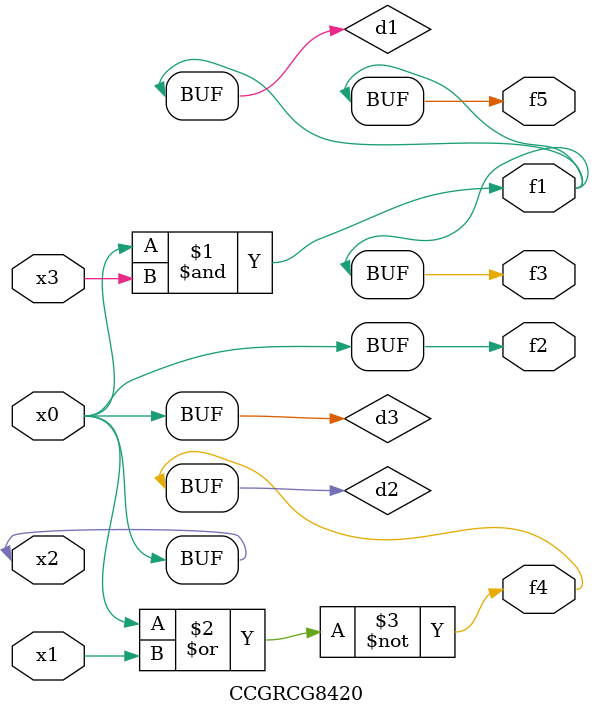
<source format=v>
module CCGRCG8420(
	input x0, x1, x2, x3,
	output f1, f2, f3, f4, f5
);

	wire d1, d2, d3;

	and (d1, x2, x3);
	nor (d2, x0, x1);
	buf (d3, x0, x2);
	assign f1 = d1;
	assign f2 = d3;
	assign f3 = d1;
	assign f4 = d2;
	assign f5 = d1;
endmodule

</source>
